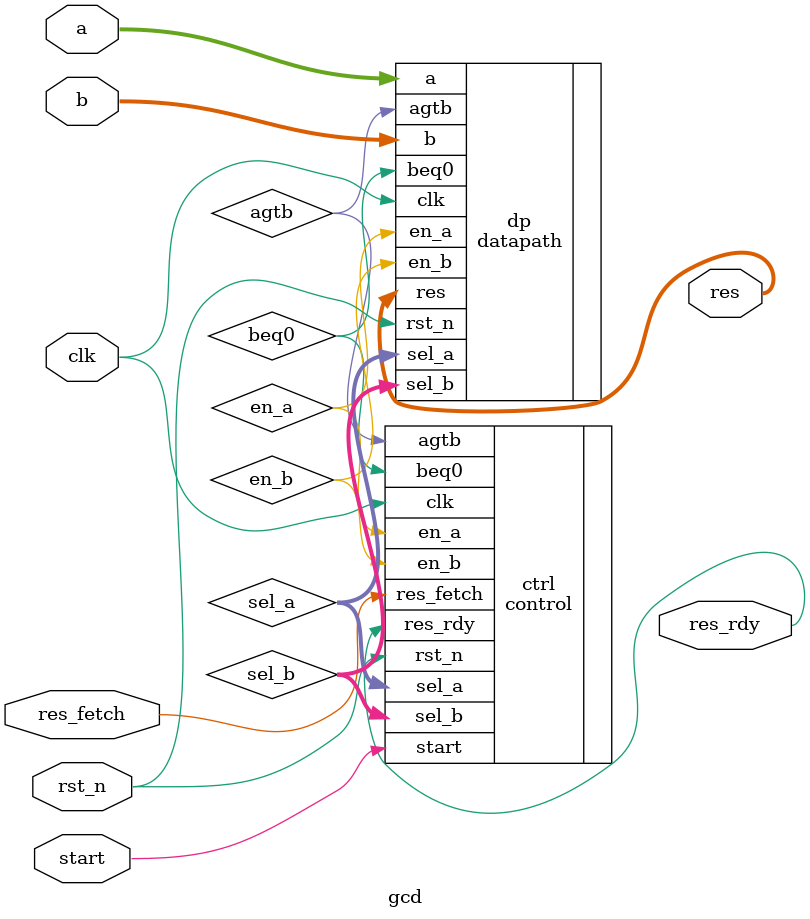
<source format=v>
module gcd(
    input           clk,
    input           rst_n,
    input [7:0]     a,
    input [7:0]     b,
    input           start,      // start calculation
    input           res_fetch,  // result fetched
    output          res_rdy,    // result ready
    output [7:0]    res         // result
);

wire [1:0] sel_a;
wire [1:0] sel_b;
wire       beq0;
wire       agtb;
wire       en_a;
wire       en_b;

datapath dp (
     .clk     (clk)
    ,.rst_n   (rst_n)
    ,.a       (a)
    ,.b       (b)
    ,.sel_a   (sel_a)
    ,.sel_b   (sel_b)
    ,.en_a    (en_a)
    ,.en_b    (en_b)
    ,.beq0    (beq0)
    ,.agtb    (agtb)
    ,.res     (res)
);

control ctrl (
     .clk       (clk)
    ,.rst_n     (rst_n)
    ,.agtb      (agtb)
    ,.beq0      (beq0)
    ,.start     (start)
    ,.res_fetch (res_fetch)
    ,.res_rdy   (res_rdy)
    ,.sel_a     (sel_a)
    ,.sel_b     (sel_b)
    ,.en_a      (en_a)
    ,.en_b      (en_b)
);

endmodule 
</source>
